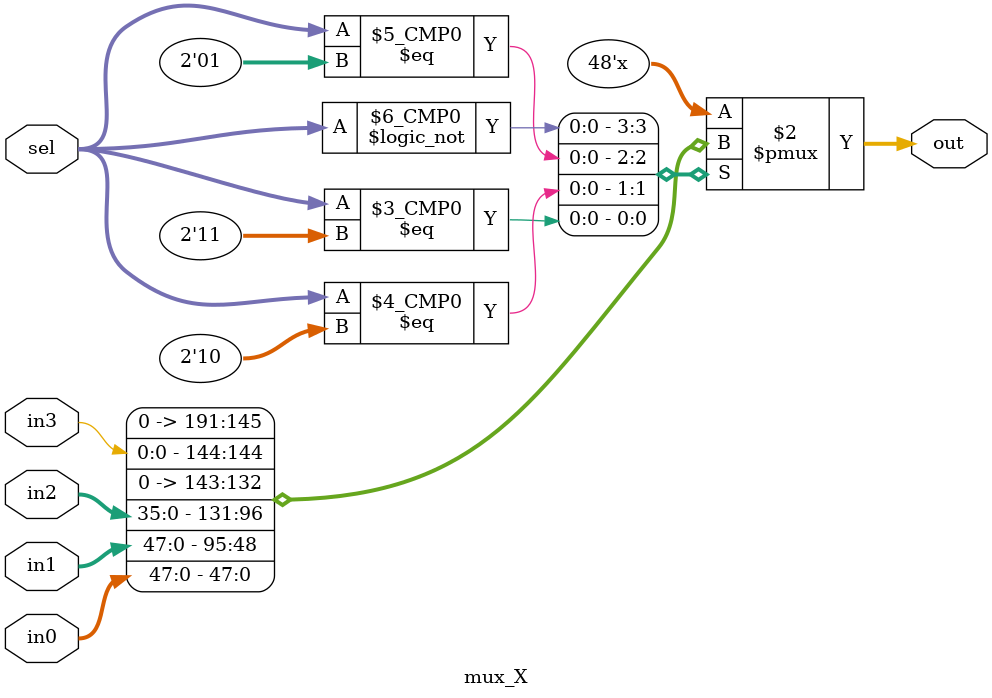
<source format=v>
module mux_X (in0, in1, in2, in3, sel, out);
input [47:0] in0, in1;
input [35:0] in2;
input in3;
input [1:0] sel;
output reg [47:0] out;
always@(*) begin
    case (sel) 
        2'b00 : out = in3;
        2'b01 : out = in2;
        2'b10 : out = in1;
        2'b11 : out = in0;
    endcase
end
endmodule

</source>
